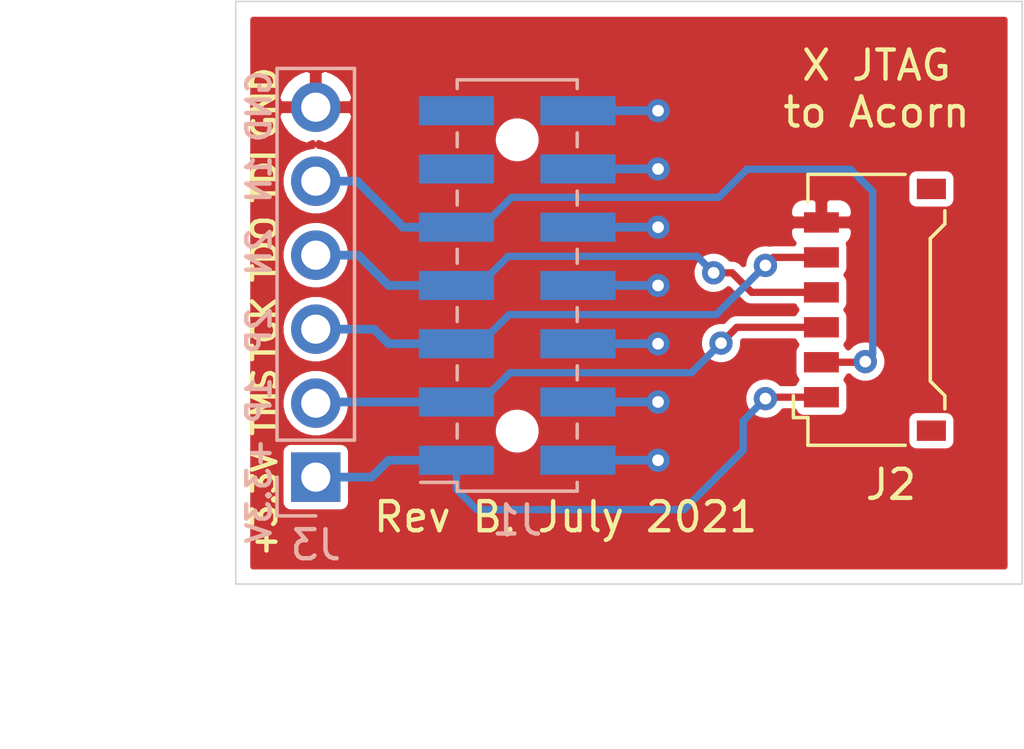
<source format=kicad_pcb>
(kicad_pcb (version 20171130) (host pcbnew 5.1.10-88a1d61d58~88~ubuntu20.04.1)

  (general
    (thickness 1.6)
    (drawings 21)
    (tracks 73)
    (zones 0)
    (modules 3)
    (nets 9)
  )

  (page USLetter)
  (title_block
    (title "X JTAG to Acorn")
    (date 2020-08-18)
    (rev A)
    (company KJ6AKU)
  )

  (layers
    (0 F.Cu signal)
    (31 B.Cu signal)
    (32 B.Adhes user)
    (33 F.Adhes user)
    (34 B.Paste user)
    (35 F.Paste user)
    (36 B.SilkS user)
    (37 F.SilkS user)
    (38 B.Mask user)
    (39 F.Mask user)
    (40 Dwgs.User user)
    (41 Cmts.User user)
    (42 Eco1.User user)
    (43 Eco2.User user)
    (44 Edge.Cuts user)
    (45 Margin user)
    (46 B.CrtYd user)
    (47 F.CrtYd user)
    (48 B.Fab user)
    (49 F.Fab user)
  )

  (setup
    (last_trace_width 0.25)
    (user_trace_width 0.3)
    (trace_clearance 0.2)
    (zone_clearance 0.254)
    (zone_45_only no)
    (trace_min 0.2)
    (via_size 0.8)
    (via_drill 0.4)
    (via_min_size 0.4)
    (via_min_drill 0.3)
    (uvia_size 0.3)
    (uvia_drill 0.1)
    (uvias_allowed no)
    (uvia_min_size 0.2)
    (uvia_min_drill 0.1)
    (edge_width 0.05)
    (segment_width 0.2)
    (pcb_text_width 0.3)
    (pcb_text_size 1.5 1.5)
    (mod_edge_width 0.12)
    (mod_text_size 1 1)
    (mod_text_width 0.15)
    (pad_size 1.524 1.524)
    (pad_drill 0.762)
    (pad_to_mask_clearance 0.05)
    (aux_axis_origin 0 0)
    (visible_elements FFFFFF7F)
    (pcbplotparams
      (layerselection 0x010f0_ffffffff)
      (usegerberextensions false)
      (usegerberattributes true)
      (usegerberadvancedattributes true)
      (creategerberjobfile true)
      (excludeedgelayer true)
      (linewidth 0.100000)
      (plotframeref true)
      (viasonmask false)
      (mode 1)
      (useauxorigin false)
      (hpglpennumber 1)
      (hpglpenspeed 20)
      (hpglpendiameter 15.000000)
      (psnegative false)
      (psa4output false)
      (plotreference true)
      (plotvalue true)
      (plotinvisibletext false)
      (padsonsilk false)
      (subtractmaskfromsilk false)
      (outputformat 4)
      (mirror false)
      (drillshape 0)
      (scaleselection 1)
      (outputdirectory "plotpdf/"))
  )

  (net 0 "")
  (net 1 GND)
  (net 2 "Net-(J1-Pad13)")
  (net 3 "Net-(J1-Pad11)")
  (net 4 /TDI)
  (net 5 /TDO)
  (net 6 /TCK)
  (net 7 /TMS)
  (net 8 /Vref)

  (net_class Default "This is the default net class."
    (clearance 0.2)
    (trace_width 0.25)
    (via_dia 0.8)
    (via_drill 0.4)
    (uvia_dia 0.3)
    (uvia_drill 0.1)
    (add_net /TCK)
    (add_net /TDI)
    (add_net /TDO)
    (add_net /TMS)
    (add_net /Vref)
    (add_net GND)
    (add_net "Net-(J1-Pad11)")
    (add_net "Net-(J1-Pad13)")
  )

  (module Connectors_Molex:Molex_Pico-EZmate_06x1.20mm_Angled (layer F.Cu) (tedit 58A290EE) (tstamp 5F3B840E)
    (at 221.996 116.586 90)
    (descr "Molex Pico-EZmate series connector, 1.20mm pitch, side entry SMT, P/N: 78181-5006")
    (tags "connector molex pico ezmate side angled horizontal surface mount SMD SMT")
    (path /5EA78111)
    (attr smd)
    (fp_text reference J2 (at -6 0.5) (layer F.SilkS)
      (effects (font (size 1 1) (thickness 0.15)))
    )
    (fp_text value Pico-EZMate (at 0 3.5 90) (layer F.Fab)
      (effects (font (size 1 1) (thickness 0.15)))
    )
    (fp_line (start 4.5 2.2) (end 4.5 -2.2) (layer F.Fab) (width 0.1))
    (fp_line (start 4.5 -2.2) (end -4.5 -2.2) (layer F.Fab) (width 0.1))
    (fp_line (start -4.5 -2.2) (end -4.5 2.2) (layer F.Fab) (width 0.1))
    (fp_line (start -4.5 2.2) (end -3 2.2) (layer F.Fab) (width 0.1))
    (fp_line (start -3 2.2) (end -2.5 1.7) (layer F.Fab) (width 0.1))
    (fp_line (start -2.5 1.7) (end 2.5 1.7) (layer F.Fab) (width 0.1))
    (fp_line (start 2.5 1.7) (end 3 2.2) (layer F.Fab) (width 0.1))
    (fp_line (start 3 2.2) (end 4.5 2.2) (layer F.Fab) (width 0.1))
    (fp_line (start -3.7 -2.35) (end -4.65 -2.35) (layer F.SilkS) (width 0.12))
    (fp_line (start -4.65 -2.35) (end -4.65 0.9875) (layer F.SilkS) (width 0.12))
    (fp_line (start -3.7 -2.35) (end -3.7 -2.85) (layer F.SilkS) (width 0.12))
    (fp_line (start -3.7 -2.85) (end -2.95 -2.85) (layer F.SilkS) (width 0.12))
    (fp_line (start 3.7 -2.35) (end 4.65 -2.35) (layer F.SilkS) (width 0.12))
    (fp_line (start 4.65 -2.35) (end 4.65 0.9875) (layer F.SilkS) (width 0.12))
    (fp_line (start -3.4 2.35) (end -2.95 2.35) (layer F.SilkS) (width 0.12))
    (fp_line (start -2.95 2.35) (end -2.45 1.85) (layer F.SilkS) (width 0.12))
    (fp_line (start -2.45 1.85) (end 2.45 1.85) (layer F.SilkS) (width 0.12))
    (fp_line (start 2.45 1.85) (end 2.95 2.35) (layer F.SilkS) (width 0.12))
    (fp_line (start 2.95 2.35) (end 3.4 2.35) (layer F.SilkS) (width 0.12))
    (fp_line (start -2.95 -1.1) (end -3.25 -0.5) (layer F.Fab) (width 0.1))
    (fp_line (start -3.25 -0.5) (end -2.65 -0.5) (layer F.Fab) (width 0.1))
    (fp_line (start -2.65 -0.5) (end -2.95 -1.1) (layer F.Fab) (width 0.1))
    (fp_line (start -5 -3.1) (end -5 2.85) (layer F.CrtYd) (width 0.05))
    (fp_line (start -5 2.85) (end 5 2.85) (layer F.CrtYd) (width 0.05))
    (fp_line (start 5 2.85) (end 5 -3.1) (layer F.CrtYd) (width 0.05))
    (fp_line (start 5 -3.1) (end -5 -3.1) (layer F.CrtYd) (width 0.05))
    (fp_text user %R (at 0 0.5 90) (layer F.Fab)
      (effects (font (size 1 1) (thickness 0.15)))
    )
    (pad "" smd rect (at -4.15 1.8875 90) (size 0.7 1) (layers F.Cu F.Paste F.Mask))
    (pad "" smd rect (at 4.15 1.8875 90) (size 0.7 1) (layers F.Cu F.Paste F.Mask))
    (pad 6 smd rect (at 3 -1.8875 90) (size 0.7 1.2) (layers F.Cu F.Paste F.Mask)
      (net 1 GND))
    (pad 5 smd rect (at 1.8 -1.8875 90) (size 0.7 1.2) (layers F.Cu F.Paste F.Mask)
      (net 6 /TCK))
    (pad 4 smd rect (at 0.6 -1.8875 90) (size 0.7 1.2) (layers F.Cu F.Paste F.Mask)
      (net 5 /TDO))
    (pad 3 smd rect (at -0.6 -1.8875 90) (size 0.7 1.2) (layers F.Cu F.Paste F.Mask)
      (net 7 /TMS))
    (pad 2 smd rect (at -1.8 -1.8875 90) (size 0.7 1.2) (layers F.Cu F.Paste F.Mask)
      (net 4 /TDI))
    (pad 1 smd rect (at -3 -1.8875 90) (size 0.7 1.2) (layers F.Cu F.Paste F.Mask)
      (net 8 /Vref))
    (model ${KISYS3DMOD}/Connectors_Molex.3dshapes/Molex_Pico-EZmate_06x1.20mm_Angled.wrl
      (offset (xyz 0 2.099999968461165 0))
      (scale (xyz 1 1 1))
      (rotate (xyz 0 0 0))
    )
  )

  (module Pin_Headers:Pin_Header_Straight_1x06_Pitch2.54mm (layer B.Cu) (tedit 59650532) (tstamp 5F3B8428)
    (at 202.75 122.33)
    (descr "Through hole straight pin header, 1x06, 2.54mm pitch, single row")
    (tags "Through hole pin header THT 1x06 2.54mm single row")
    (path /5EA7D539)
    (fp_text reference J3 (at 0 2.33) (layer B.SilkS)
      (effects (font (size 1 1) (thickness 0.15)) (justify mirror))
    )
    (fp_text value "Breadboard 0.1\"" (at 0 -15.03) (layer B.Fab) hide
      (effects (font (size 1 1) (thickness 0.15)) (justify mirror))
    )
    (fp_line (start -0.635 1.27) (end 1.27 1.27) (layer B.Fab) (width 0.1))
    (fp_line (start 1.27 1.27) (end 1.27 -13.97) (layer B.Fab) (width 0.1))
    (fp_line (start 1.27 -13.97) (end -1.27 -13.97) (layer B.Fab) (width 0.1))
    (fp_line (start -1.27 -13.97) (end -1.27 0.635) (layer B.Fab) (width 0.1))
    (fp_line (start -1.27 0.635) (end -0.635 1.27) (layer B.Fab) (width 0.1))
    (fp_line (start -1.33 -14.03) (end 1.33 -14.03) (layer B.SilkS) (width 0.12))
    (fp_line (start -1.33 -1.27) (end -1.33 -14.03) (layer B.SilkS) (width 0.12))
    (fp_line (start 1.33 -1.27) (end 1.33 -14.03) (layer B.SilkS) (width 0.12))
    (fp_line (start -1.33 -1.27) (end 1.33 -1.27) (layer B.SilkS) (width 0.12))
    (fp_line (start -1.33 0) (end -1.33 1.33) (layer B.SilkS) (width 0.12))
    (fp_line (start -1.33 1.33) (end 0 1.33) (layer B.SilkS) (width 0.12))
    (fp_line (start -1.8 1.8) (end -1.8 -14.5) (layer B.CrtYd) (width 0.05))
    (fp_line (start -1.8 -14.5) (end 1.8 -14.5) (layer B.CrtYd) (width 0.05))
    (fp_line (start 1.8 -14.5) (end 1.8 1.8) (layer B.CrtYd) (width 0.05))
    (fp_line (start 1.8 1.8) (end -1.8 1.8) (layer B.CrtYd) (width 0.05))
    (fp_text user %R (at 0 -6.35 -90) (layer B.Fab)
      (effects (font (size 1 1) (thickness 0.15)) (justify mirror))
    )
    (pad 6 thru_hole oval (at 0 -12.7) (size 1.7 1.7) (drill 1) (layers *.Cu *.Mask)
      (net 1 GND))
    (pad 5 thru_hole oval (at 0 -10.16) (size 1.7 1.7) (drill 1) (layers *.Cu *.Mask)
      (net 4 /TDI))
    (pad 4 thru_hole oval (at 0 -7.62) (size 1.7 1.7) (drill 1) (layers *.Cu *.Mask)
      (net 5 /TDO))
    (pad 3 thru_hole oval (at 0 -5.08) (size 1.7 1.7) (drill 1) (layers *.Cu *.Mask)
      (net 6 /TCK))
    (pad 2 thru_hole oval (at 0 -2.54) (size 1.7 1.7) (drill 1) (layers *.Cu *.Mask)
      (net 7 /TMS))
    (pad 1 thru_hole rect (at 0 0) (size 1.7 1.7) (drill 1) (layers *.Cu *.Mask)
      (net 8 /Vref))
    (model ${KISYS3DMOD}/Pin_Headers.3dshapes/Pin_Header_Straight_1x06_Pitch2.54mm.wrl
      (at (xyz 0 0 0))
      (scale (xyz 1 1 1))
      (rotate (xyz 0 0 0))
    )
  )

  (module acorn-jtag.archive:Pin_Header_Straight_2x07_Pitch2.00mm_SMD_NPTH (layer B.Cu) (tedit 5F3B9534) (tstamp 5F3B9963)
    (at 209.665 115.75)
    (descr "surface-mounted straight pin header, 2x07, 2.00mm pitch, double rows")
    (tags "Surface mounted pin header SMD 2x07 2.00mm double row")
    (path /5EA74CBE)
    (attr smd)
    (fp_text reference J1 (at 0 8.06) (layer B.SilkS)
      (effects (font (size 1 1) (thickness 0.15)) (justify mirror))
    )
    (fp_text value "Xilinx JTAG 2mm" (at 0 -8.06) (layer B.Fab)
      (effects (font (size 1 1) (thickness 0.15)) (justify mirror))
    )
    (fp_line (start 2 -7) (end -2 -7) (layer B.Fab) (width 0.1))
    (fp_line (start -1.25 7) (end 2 7) (layer B.Fab) (width 0.1))
    (fp_line (start -2 -7) (end -2 6.25) (layer B.Fab) (width 0.1))
    (fp_line (start -2 6.25) (end -1.25 7) (layer B.Fab) (width 0.1))
    (fp_line (start 2 7) (end 2 -7) (layer B.Fab) (width 0.1))
    (fp_line (start -2 6.25) (end -2.875 6.25) (layer B.Fab) (width 0.1))
    (fp_line (start -2.875 6.25) (end -2.875 5.75) (layer B.Fab) (width 0.1))
    (fp_line (start -2.875 5.75) (end -2 5.75) (layer B.Fab) (width 0.1))
    (fp_line (start 2 6.25) (end 2.875 6.25) (layer B.Fab) (width 0.1))
    (fp_line (start 2.875 6.25) (end 2.875 5.75) (layer B.Fab) (width 0.1))
    (fp_line (start 2.875 5.75) (end 2 5.75) (layer B.Fab) (width 0.1))
    (fp_line (start -2 4.25) (end -2.875 4.25) (layer B.Fab) (width 0.1))
    (fp_line (start -2.875 4.25) (end -2.875 3.75) (layer B.Fab) (width 0.1))
    (fp_line (start -2.875 3.75) (end -2 3.75) (layer B.Fab) (width 0.1))
    (fp_line (start 2 4.25) (end 2.875 4.25) (layer B.Fab) (width 0.1))
    (fp_line (start 2.875 4.25) (end 2.875 3.75) (layer B.Fab) (width 0.1))
    (fp_line (start 2.875 3.75) (end 2 3.75) (layer B.Fab) (width 0.1))
    (fp_line (start -2 2.25) (end -2.875 2.25) (layer B.Fab) (width 0.1))
    (fp_line (start -2.875 2.25) (end -2.875 1.75) (layer B.Fab) (width 0.1))
    (fp_line (start -2.875 1.75) (end -2 1.75) (layer B.Fab) (width 0.1))
    (fp_line (start 2 2.25) (end 2.875 2.25) (layer B.Fab) (width 0.1))
    (fp_line (start 2.875 2.25) (end 2.875 1.75) (layer B.Fab) (width 0.1))
    (fp_line (start 2.875 1.75) (end 2 1.75) (layer B.Fab) (width 0.1))
    (fp_line (start -2 0.25) (end -2.875 0.25) (layer B.Fab) (width 0.1))
    (fp_line (start -2.875 0.25) (end -2.875 -0.25) (layer B.Fab) (width 0.1))
    (fp_line (start -2.875 -0.25) (end -2 -0.25) (layer B.Fab) (width 0.1))
    (fp_line (start 2 0.25) (end 2.875 0.25) (layer B.Fab) (width 0.1))
    (fp_line (start 2.875 0.25) (end 2.875 -0.25) (layer B.Fab) (width 0.1))
    (fp_line (start 2.875 -0.25) (end 2 -0.25) (layer B.Fab) (width 0.1))
    (fp_line (start -2 -1.75) (end -2.875 -1.75) (layer B.Fab) (width 0.1))
    (fp_line (start -2.875 -1.75) (end -2.875 -2.25) (layer B.Fab) (width 0.1))
    (fp_line (start -2.875 -2.25) (end -2 -2.25) (layer B.Fab) (width 0.1))
    (fp_line (start 2 -1.75) (end 2.875 -1.75) (layer B.Fab) (width 0.1))
    (fp_line (start 2.875 -1.75) (end 2.875 -2.25) (layer B.Fab) (width 0.1))
    (fp_line (start 2.875 -2.25) (end 2 -2.25) (layer B.Fab) (width 0.1))
    (fp_line (start -2 -3.75) (end -2.875 -3.75) (layer B.Fab) (width 0.1))
    (fp_line (start -2.875 -3.75) (end -2.875 -4.25) (layer B.Fab) (width 0.1))
    (fp_line (start -2.875 -4.25) (end -2 -4.25) (layer B.Fab) (width 0.1))
    (fp_line (start 2 -3.75) (end 2.875 -3.75) (layer B.Fab) (width 0.1))
    (fp_line (start 2.875 -3.75) (end 2.875 -4.25) (layer B.Fab) (width 0.1))
    (fp_line (start 2.875 -4.25) (end 2 -4.25) (layer B.Fab) (width 0.1))
    (fp_line (start -2 -5.75) (end -2.875 -5.75) (layer B.Fab) (width 0.1))
    (fp_line (start -2.875 -5.75) (end -2.875 -6.25) (layer B.Fab) (width 0.1))
    (fp_line (start -2.875 -6.25) (end -2 -6.25) (layer B.Fab) (width 0.1))
    (fp_line (start 2 -5.75) (end 2.875 -5.75) (layer B.Fab) (width 0.1))
    (fp_line (start 2.875 -5.75) (end 2.875 -6.25) (layer B.Fab) (width 0.1))
    (fp_line (start 2.875 -6.25) (end 2 -6.25) (layer B.Fab) (width 0.1))
    (fp_line (start -2.06 7.06) (end 2.06 7.06) (layer B.SilkS) (width 0.12))
    (fp_line (start -2.06 -7.06) (end 2.06 -7.06) (layer B.SilkS) (width 0.12))
    (fp_line (start -3.315 6.76) (end -2.06 6.76) (layer B.SilkS) (width 0.12))
    (fp_line (start -2.06 7.06) (end -2.06 6.76) (layer B.SilkS) (width 0.12))
    (fp_line (start 2.06 7.06) (end 2.06 6.76) (layer B.SilkS) (width 0.12))
    (fp_line (start -2.06 -6.76) (end -2.06 -7.06) (layer B.SilkS) (width 0.12))
    (fp_line (start 2.06 -6.76) (end 2.06 -7.06) (layer B.SilkS) (width 0.12))
    (fp_line (start -2.06 5.24) (end -2.06 4.76) (layer B.SilkS) (width 0.12))
    (fp_line (start 2.06 5.24) (end 2.06 4.76) (layer B.SilkS) (width 0.12))
    (fp_line (start -2.06 3.24) (end -2.06 2.76) (layer B.SilkS) (width 0.12))
    (fp_line (start 2.06 3.24) (end 2.06 2.76) (layer B.SilkS) (width 0.12))
    (fp_line (start -2.06 1.24) (end -2.06 0.76) (layer B.SilkS) (width 0.12))
    (fp_line (start 2.06 1.24) (end 2.06 0.76) (layer B.SilkS) (width 0.12))
    (fp_line (start -2.06 -0.76) (end -2.06 -1.24) (layer B.SilkS) (width 0.12))
    (fp_line (start 2.06 -0.76) (end 2.06 -1.24) (layer B.SilkS) (width 0.12))
    (fp_line (start -2.06 -2.76) (end -2.06 -3.24) (layer B.SilkS) (width 0.12))
    (fp_line (start 2.06 -2.76) (end 2.06 -3.24) (layer B.SilkS) (width 0.12))
    (fp_line (start -2.06 -4.76) (end -2.06 -5.24) (layer B.SilkS) (width 0.12))
    (fp_line (start 2.06 -4.76) (end 2.06 -5.24) (layer B.SilkS) (width 0.12))
    (fp_line (start -4.9 7.5) (end -4.9 -7.5) (layer B.CrtYd) (width 0.05))
    (fp_line (start -4.9 -7.5) (end 4.9 -7.5) (layer B.CrtYd) (width 0.05))
    (fp_line (start 4.9 -7.5) (end 4.9 7.5) (layer B.CrtYd) (width 0.05))
    (fp_line (start 4.9 7.5) (end -4.9 7.5) (layer B.CrtYd) (width 0.05))
    (fp_text user %R (at 0 0 -90) (layer B.Fab)
      (effects (font (size 1 1) (thickness 0.15)) (justify mirror))
    )
    (pad 14 smd rect (at 2.085 -6) (size 2.58 1) (layers B.Cu B.Paste B.Mask)
      (net 1 GND))
    (pad 13 smd rect (at -2.085 -6) (size 2.58 1) (layers B.Cu B.Paste B.Mask)
      (net 2 "Net-(J1-Pad13)"))
    (pad 12 smd rect (at 2.085 -4) (size 2.58 1) (layers B.Cu B.Paste B.Mask)
      (net 1 GND))
    (pad 11 smd rect (at -2.085 -4) (size 2.58 1) (layers B.Cu B.Paste B.Mask)
      (net 3 "Net-(J1-Pad11)"))
    (pad 10 smd rect (at 2.085 -2) (size 2.58 1) (layers B.Cu B.Paste B.Mask)
      (net 1 GND))
    (pad 9 smd rect (at -2.085 -2) (size 2.58 1) (layers B.Cu B.Paste B.Mask)
      (net 4 /TDI))
    (pad 8 smd rect (at 2.085 0) (size 2.58 1) (layers B.Cu B.Paste B.Mask)
      (net 1 GND))
    (pad 7 smd rect (at -2.085 0) (size 2.58 1) (layers B.Cu B.Paste B.Mask)
      (net 5 /TDO))
    (pad 6 smd rect (at 2.085 2) (size 2.58 1) (layers B.Cu B.Paste B.Mask)
      (net 1 GND))
    (pad 5 smd rect (at -2.085 2) (size 2.58 1) (layers B.Cu B.Paste B.Mask)
      (net 6 /TCK))
    (pad 4 smd rect (at 2.085 4) (size 2.58 1) (layers B.Cu B.Paste B.Mask)
      (net 1 GND))
    (pad 3 smd rect (at -2.085 4) (size 2.58 1) (layers B.Cu B.Paste B.Mask)
      (net 7 /TMS))
    (pad 2 smd rect (at 2.085 6) (size 2.58 1) (layers B.Cu B.Paste B.Mask)
      (net 1 GND))
    (pad 1 smd rect (at -2.085 6) (size 2.58 1) (layers B.Cu B.Paste B.Mask)
      (net 8 /Vref))
    (pad "" np_thru_hole circle (at 0 5) (size 0.96 0.96) (drill 0.96) (layers *.Cu *.Mask))
    (pad "" np_thru_hole circle (at 0 -5) (size 0.96 0.96) (drill 0.96) (layers *.Cu *.Mask))
    (model ${KISYS3DMOD}/Pin_Headers.3dshapes/Pin_Header_Straight_2x07_Pitch2.00mm_SMD.wrl
      (at (xyz 0 0 0))
      (scale (xyz 1 1 1))
      (rotate (xyz 0 0 0))
    )
  )

  (dimension 20 (width 0.15) (layer Dwgs.User)
    (gr_text "20.000 mm" (at 198.175 116.025 270) (layer Dwgs.User)
      (effects (font (size 1 1) (thickness 0.15)))
    )
    (feature1 (pts (xy 195.425 126.025) (xy 197.461421 126.025)))
    (feature2 (pts (xy 195.425 106.025) (xy 197.461421 106.025)))
    (crossbar (pts (xy 196.875 106.025) (xy 196.875 126.025)))
    (arrow1a (pts (xy 196.875 126.025) (xy 196.288579 124.898496)))
    (arrow1b (pts (xy 196.875 126.025) (xy 197.461421 124.898496)))
    (arrow2a (pts (xy 196.875 106.025) (xy 196.288579 107.151504)))
    (arrow2b (pts (xy 196.875 106.025) (xy 197.461421 107.151504)))
  )
  (gr_text +3.3V (at 200.8 122.8 90) (layer B.SilkS) (tstamp 5F3B8F7C)
    (effects (font (size 0.8 0.8) (thickness 0.15)) (justify mirror))
  )
  (gr_text 1P (at 200.8 119.7 90) (layer B.SilkS) (tstamp 5F3B8F7C)
    (effects (font (size 0.8 0.8) (thickness 0.15)) (justify mirror))
  )
  (gr_text 2N (at 200.8 114.6 90) (layer B.SilkS) (tstamp 5F3B8F7C)
    (effects (font (size 0.8 0.8) (thickness 0.15)) (justify mirror))
  )
  (gr_text 1N (at 200.8 112.1 90) (layer B.SilkS) (tstamp 5F3B8F7C)
    (effects (font (size 0.8 0.8) (thickness 0.15)) (justify mirror))
  )
  (gr_text 2P (at 200.8 117.3 90) (layer B.SilkS) (tstamp 5F3B8F7C)
    (effects (font (size 0.8 0.8) (thickness 0.15)) (justify mirror))
  )
  (gr_text GND (at 200.8 109.6 90) (layer B.SilkS)
    (effects (font (size 0.8 0.8) (thickness 0.15)) (justify mirror))
  )
  (gr_text "Rev B, July 2021" (at 211.328 123.698) (layer F.SilkS)
    (effects (font (size 1 1) (thickness 0.15)))
  )
  (gr_text "X JTAG\nto Acorn" (at 222 109) (layer F.SilkS)
    (effects (font (size 1 1) (thickness 0.15)))
  )
  (gr_text +3.3V (at 201 123.25 90) (layer F.SilkS) (tstamp 5F3B8D32)
    (effects (font (size 0.8 0.8) (thickness 0.15)))
  )
  (gr_text GND (at 201 109.5 90) (layer F.SilkS) (tstamp 5F3B8D32)
    (effects (font (size 0.8 0.8) (thickness 0.15)))
  )
  (gr_text TMS (at 201 119.75 90) (layer F.SilkS) (tstamp 5F3B8D32)
    (effects (font (size 0.8 0.8) (thickness 0.15)))
  )
  (gr_text TCK (at 201 117.25 90) (layer F.SilkS) (tstamp 5F3B8D32)
    (effects (font (size 0.8 0.8) (thickness 0.15)))
  )
  (gr_text TDO (at 201 114.5 90) (layer F.SilkS) (tstamp 5F3B8D32)
    (effects (font (size 0.8 0.8) (thickness 0.15)))
  )
  (gr_text TDI (at 201 112 90) (layer F.SilkS)
    (effects (font (size 0.8 0.8) (thickness 0.15)))
  )
  (dimension 27 (width 0.15) (layer Dwgs.User)
    (gr_text "27.000 mm" (at 213.5 132.3) (layer Dwgs.User)
      (effects (font (size 1 1) (thickness 0.15)))
    )
    (feature1 (pts (xy 227 130) (xy 227 131.586421)))
    (feature2 (pts (xy 200 130) (xy 200 131.586421)))
    (crossbar (pts (xy 200 131) (xy 227 131)))
    (arrow1a (pts (xy 227 131) (xy 225.873496 131.586421)))
    (arrow1b (pts (xy 227 131) (xy 225.873496 130.413579)))
    (arrow2a (pts (xy 200 131) (xy 201.126504 131.586421)))
    (arrow2b (pts (xy 200 131) (xy 201.126504 130.413579)))
  )
  (gr_line (start 227 106) (end 200 106) (layer Edge.Cuts) (width 0.05) (tstamp 5F3B8BAA))
  (gr_line (start 227 126) (end 227 106) (layer Edge.Cuts) (width 0.05))
  (gr_line (start 200 126) (end 227 126) (layer Edge.Cuts) (width 0.05))
  (gr_line (start 200 106) (end 200 126) (layer Edge.Cuts) (width 0.05))
  (dimension 9 (width 0.15) (layer Dwgs.User)
    (gr_text "9.000 mm" (at 214.5 127.55) (layer Dwgs.User)
      (effects (font (size 1 1) (thickness 0.15)))
    )
    (feature1 (pts (xy 219 124.75) (xy 219 126.836421)))
    (feature2 (pts (xy 210 124.75) (xy 210 126.836421)))
    (crossbar (pts (xy 210 126.25) (xy 219 126.25)))
    (arrow1a (pts (xy 219 126.25) (xy 217.873496 126.836421)))
    (arrow1b (pts (xy 219 126.25) (xy 217.873496 125.663579)))
    (arrow2a (pts (xy 210 126.25) (xy 211.126504 126.836421)))
    (arrow2b (pts (xy 210 126.25) (xy 211.126504 125.663579)))
  )

  (segment (start 211.75 109.75) (end 214.5 109.75) (width 0.3) (layer B.Cu) (net 1))
  (via (at 214.5 109.75) (size 0.8) (drill 0.4) (layers F.Cu B.Cu) (net 1))
  (segment (start 211.75 121.75) (end 214.5 121.75) (width 0.3) (layer B.Cu) (net 1))
  (via (at 214.5 121.75) (size 0.8) (drill 0.4) (layers F.Cu B.Cu) (net 1))
  (segment (start 211.75 119.75) (end 214.5 119.75) (width 0.3) (layer B.Cu) (net 1))
  (via (at 214.5 119.75) (size 0.8) (drill 0.4) (layers F.Cu B.Cu) (net 1))
  (segment (start 211.75 117.75) (end 214.5 117.75) (width 0.3) (layer B.Cu) (net 1))
  (via (at 214.5 117.75) (size 0.8) (drill 0.4) (layers F.Cu B.Cu) (net 1))
  (segment (start 211.75 115.75) (end 214.5 115.75) (width 0.3) (layer B.Cu) (net 1))
  (via (at 214.5 115.75) (size 0.8) (drill 0.4) (layers F.Cu B.Cu) (net 1))
  (segment (start 211.75 113.75) (end 214.5 113.75) (width 0.3) (layer B.Cu) (net 1))
  (via (at 214.5 113.75) (size 0.8) (drill 0.4) (layers F.Cu B.Cu) (net 1))
  (segment (start 211.75 111.75) (end 214.5 111.75) (width 0.3) (layer B.Cu) (net 1))
  (via (at 214.5 111.75) (size 0.8) (drill 0.4) (layers F.Cu B.Cu) (net 1))
  (segment (start 207.58 113.75) (end 205.75 113.75) (width 0.3) (layer B.Cu) (net 4))
  (segment (start 204.17 112.17) (end 202.75 112.17) (width 0.3) (layer B.Cu) (net 4))
  (segment (start 205.75 113.75) (end 204.17 112.17) (width 0.3) (layer B.Cu) (net 4))
  (via (at 221.615 118.364) (size 0.8) (drill 0.4) (layers F.Cu B.Cu) (net 4))
  (segment (start 221.593 118.386) (end 221.615 118.364) (width 0.25) (layer F.Cu) (net 4))
  (segment (start 220.1085 118.386) (end 221.593 118.386) (width 0.25) (layer F.Cu) (net 4))
  (segment (start 221.869 118.11) (end 221.615 118.364) (width 0.25) (layer B.Cu) (net 4))
  (segment (start 221.869 112.522) (end 221.869 118.11) (width 0.25) (layer B.Cu) (net 4))
  (segment (start 221.107 111.76) (end 221.869 112.522) (width 0.25) (layer B.Cu) (net 4))
  (segment (start 217.551 111.76) (end 221.107 111.76) (width 0.25) (layer B.Cu) (net 4))
  (segment (start 216.586 112.725) (end 217.551 111.76) (width 0.25) (layer B.Cu) (net 4))
  (segment (start 209.474 112.725) (end 216.586 112.725) (width 0.25) (layer B.Cu) (net 4))
  (segment (start 208.449 113.75) (end 209.474 112.725) (width 0.25) (layer B.Cu) (net 4))
  (segment (start 207.58 113.75) (end 208.449 113.75) (width 0.25) (layer B.Cu) (net 4))
  (segment (start 207.58 115.75) (end 205.25 115.75) (width 0.3) (layer B.Cu) (net 5))
  (segment (start 204.21 114.71) (end 202.75 114.71) (width 0.3) (layer B.Cu) (net 5))
  (segment (start 205.25 115.75) (end 204.21 114.71) (width 0.3) (layer B.Cu) (net 5))
  (segment (start 207.58 115.75) (end 208.46 115.75) (width 0.25) (layer B.Cu) (net 5))
  (segment (start 207.58 115.75) (end 208.608 115.75) (width 0.25) (layer B.Cu) (net 5))
  (via (at 216.408 115.316) (size 0.8) (drill 0.4) (layers F.Cu B.Cu) (net 5))
  (segment (start 217.043 115.316) (end 216.408 115.316) (width 0.25) (layer F.Cu) (net 5))
  (segment (start 217.713 115.986) (end 217.043 115.316) (width 0.25) (layer F.Cu) (net 5))
  (segment (start 220.1085 115.986) (end 217.713 115.986) (width 0.25) (layer F.Cu) (net 5))
  (segment (start 215.842 114.75) (end 216.408 115.316) (width 0.25) (layer B.Cu) (net 5))
  (segment (start 209.354 114.75) (end 215.842 114.75) (width 0.25) (layer B.Cu) (net 5))
  (segment (start 208.354 115.75) (end 209.354 114.75) (width 0.25) (layer B.Cu) (net 5))
  (segment (start 207.58 115.75) (end 208.354 115.75) (width 0.25) (layer B.Cu) (net 5))
  (segment (start 207.58 117.75) (end 205.25 117.75) (width 0.3) (layer B.Cu) (net 6))
  (segment (start 204.75 117.25) (end 202.75 117.25) (width 0.3) (layer B.Cu) (net 6))
  (segment (start 205.25 117.75) (end 204.75 117.25) (width 0.3) (layer B.Cu) (net 6))
  (via (at 218.186 115.062) (size 0.8) (drill 0.4) (layers F.Cu B.Cu) (net 6))
  (segment (start 218.462 114.786) (end 218.186 115.062) (width 0.25) (layer F.Cu) (net 6))
  (segment (start 220.1085 114.786) (end 218.462 114.786) (width 0.25) (layer F.Cu) (net 6))
  (segment (start 209.386 116.75) (end 216.498 116.75) (width 0.25) (layer B.Cu) (net 6))
  (segment (start 216.498 116.75) (end 218.186 115.062) (width 0.25) (layer B.Cu) (net 6))
  (segment (start 208.386 117.75) (end 209.386 116.75) (width 0.25) (layer B.Cu) (net 6))
  (segment (start 207.58 117.75) (end 208.386 117.75) (width 0.25) (layer B.Cu) (net 6))
  (segment (start 202.79 119.75) (end 202.75 119.79) (width 0.3) (layer B.Cu) (net 7))
  (segment (start 207.58 119.75) (end 202.79 119.75) (width 0.3) (layer B.Cu) (net 7))
  (segment (start 207.58 119.75) (end 208.672 119.75) (width 0.25) (layer B.Cu) (net 7))
  (segment (start 207.58 119.75) (end 208.418 119.75) (width 0.25) (layer B.Cu) (net 7))
  (segment (start 208.418 119.75) (end 209.423 118.745) (width 0.25) (layer B.Cu) (net 7))
  (segment (start 209.423 118.745) (end 215.646 118.745) (width 0.25) (layer B.Cu) (net 7))
  (segment (start 215.646 118.745) (end 216.662 117.729) (width 0.25) (layer B.Cu) (net 7))
  (via (at 216.662 117.729) (size 0.8) (drill 0.4) (layers F.Cu B.Cu) (net 7))
  (segment (start 217.205 117.186) (end 216.662 117.729) (width 0.25) (layer F.Cu) (net 7))
  (segment (start 220.1085 117.186) (end 217.205 117.186) (width 0.25) (layer F.Cu) (net 7))
  (segment (start 207.58 121.75) (end 205.25 121.75) (width 0.3) (layer B.Cu) (net 8))
  (segment (start 204.67 122.33) (end 202.75 122.33) (width 0.3) (layer B.Cu) (net 8))
  (segment (start 205.25 121.75) (end 204.67 122.33) (width 0.3) (layer B.Cu) (net 8))
  (segment (start 207.58 121.75) (end 207.58 122.744) (width 0.25) (layer B.Cu) (net 8))
  (segment (start 207.58 122.744) (end 208.28 123.444) (width 0.25) (layer B.Cu) (net 8))
  (segment (start 208.28 123.444) (end 215.392 123.444) (width 0.25) (layer B.Cu) (net 8))
  (segment (start 215.392 123.444) (end 217.424 121.412) (width 0.25) (layer B.Cu) (net 8))
  (segment (start 217.424 121.412) (end 217.424 120.396) (width 0.25) (layer B.Cu) (net 8))
  (segment (start 217.424 120.396) (end 218.186 119.634) (width 0.25) (layer B.Cu) (net 8))
  (via (at 218.186 119.634) (size 0.8) (drill 0.4) (layers F.Cu B.Cu) (net 8))
  (segment (start 218.234 119.586) (end 218.186 119.634) (width 0.25) (layer F.Cu) (net 8))
  (segment (start 220.1085 119.586) (end 218.234 119.586) (width 0.25) (layer F.Cu) (net 8))

  (zone (net 1) (net_name GND) (layer F.Cu) (tstamp 5F3B9239) (hatch edge 0.508)
    (connect_pads (clearance 0.254))
    (min_thickness 0.2032)
    (fill yes (arc_segments 32) (thermal_gap 0.4064) (thermal_bridge_width 0.4064))
    (polygon
      (pts
        (xy 226.5 125.5) (xy 200.5 125.5) (xy 200.5 106.525) (xy 226.5 106.525)
      )
    )
    (filled_polygon
      (pts
        (xy 226.3984 125.3984) (xy 200.6016 125.3984) (xy 200.6016 121.48) (xy 201.54268 121.48) (xy 201.54268 123.18)
        (xy 201.549546 123.24971) (xy 201.569879 123.31674) (xy 201.602899 123.378516) (xy 201.647337 123.432663) (xy 201.701484 123.477101)
        (xy 201.76326 123.510121) (xy 201.83029 123.530454) (xy 201.9 123.53732) (xy 203.6 123.53732) (xy 203.66971 123.530454)
        (xy 203.73674 123.510121) (xy 203.798516 123.477101) (xy 203.852663 123.432663) (xy 203.897101 123.378516) (xy 203.930121 123.31674)
        (xy 203.950454 123.24971) (xy 203.95732 123.18) (xy 203.95732 121.48) (xy 203.950454 121.41029) (xy 203.930121 121.34326)
        (xy 203.897101 121.281484) (xy 203.852663 121.227337) (xy 203.798516 121.182899) (xy 203.73674 121.149879) (xy 203.66971 121.129546)
        (xy 203.6 121.12268) (xy 201.9 121.12268) (xy 201.83029 121.129546) (xy 201.76326 121.149879) (xy 201.701484 121.182899)
        (xy 201.647337 121.227337) (xy 201.602899 121.281484) (xy 201.569879 121.34326) (xy 201.549546 121.41029) (xy 201.54268 121.48)
        (xy 200.6016 121.48) (xy 200.6016 119.671259) (xy 201.5444 119.671259) (xy 201.5444 119.908741) (xy 201.590731 120.14166)
        (xy 201.681611 120.361066) (xy 201.81355 120.558525) (xy 201.981475 120.72645) (xy 202.178934 120.858389) (xy 202.39834 120.949269)
        (xy 202.631259 120.9956) (xy 202.868741 120.9956) (xy 203.10166 120.949269) (xy 203.321066 120.858389) (xy 203.518525 120.72645)
        (xy 203.577274 120.667701) (xy 208.8294 120.667701) (xy 208.8294 120.832299) (xy 208.861512 120.993735) (xy 208.924501 121.145805)
        (xy 209.015947 121.282664) (xy 209.132336 121.399053) (xy 209.269195 121.490499) (xy 209.421265 121.553488) (xy 209.582701 121.5856)
        (xy 209.747299 121.5856) (xy 209.908735 121.553488) (xy 210.060805 121.490499) (xy 210.197664 121.399053) (xy 210.314053 121.282664)
        (xy 210.405499 121.145805) (xy 210.468488 120.993735) (xy 210.5006 120.832299) (xy 210.5006 120.667701) (xy 210.468488 120.506265)
        (xy 210.405499 120.354195) (xy 210.314053 120.217336) (xy 210.197664 120.100947) (xy 210.060805 120.009501) (xy 209.908735 119.946512)
        (xy 209.747299 119.9144) (xy 209.582701 119.9144) (xy 209.421265 119.946512) (xy 209.269195 120.009501) (xy 209.132336 120.100947)
        (xy 209.015947 120.217336) (xy 208.924501 120.354195) (xy 208.861512 120.506265) (xy 208.8294 120.667701) (xy 203.577274 120.667701)
        (xy 203.68645 120.558525) (xy 203.818389 120.361066) (xy 203.909269 120.14166) (xy 203.9556 119.908741) (xy 203.9556 119.671259)
        (xy 203.909269 119.43834) (xy 203.818389 119.218934) (xy 203.68645 119.021475) (xy 203.518525 118.85355) (xy 203.321066 118.721611)
        (xy 203.10166 118.630731) (xy 202.868741 118.5844) (xy 202.631259 118.5844) (xy 202.39834 118.630731) (xy 202.178934 118.721611)
        (xy 201.981475 118.85355) (xy 201.81355 119.021475) (xy 201.681611 119.218934) (xy 201.590731 119.43834) (xy 201.5444 119.671259)
        (xy 200.6016 119.671259) (xy 200.6016 117.131259) (xy 201.5444 117.131259) (xy 201.5444 117.368741) (xy 201.590731 117.60166)
        (xy 201.681611 117.821066) (xy 201.81355 118.018525) (xy 201.981475 118.18645) (xy 202.178934 118.318389) (xy 202.39834 118.409269)
        (xy 202.631259 118.4556) (xy 202.868741 118.4556) (xy 203.10166 118.409269) (xy 203.321066 118.318389) (xy 203.518525 118.18645)
        (xy 203.68645 118.018525) (xy 203.818389 117.821066) (xy 203.909269 117.60166) (xy 203.9556 117.368741) (xy 203.9556 117.131259)
        (xy 203.909269 116.89834) (xy 203.818389 116.678934) (xy 203.68645 116.481475) (xy 203.518525 116.31355) (xy 203.321066 116.181611)
        (xy 203.10166 116.090731) (xy 202.868741 116.0444) (xy 202.631259 116.0444) (xy 202.39834 116.090731) (xy 202.178934 116.181611)
        (xy 201.981475 116.31355) (xy 201.81355 116.481475) (xy 201.681611 116.678934) (xy 201.590731 116.89834) (xy 201.5444 117.131259)
        (xy 200.6016 117.131259) (xy 200.6016 114.591259) (xy 201.5444 114.591259) (xy 201.5444 114.828741) (xy 201.590731 115.06166)
        (xy 201.681611 115.281066) (xy 201.81355 115.478525) (xy 201.981475 115.64645) (xy 202.178934 115.778389) (xy 202.39834 115.869269)
        (xy 202.631259 115.9156) (xy 202.868741 115.9156) (xy 203.10166 115.869269) (xy 203.321066 115.778389) (xy 203.518525 115.64645)
        (xy 203.68645 115.478525) (xy 203.818389 115.281066) (xy 203.834744 115.24158) (xy 215.6524 115.24158) (xy 215.6524 115.39042)
        (xy 215.681437 115.5364) (xy 215.738396 115.673911) (xy 215.821087 115.797667) (xy 215.926333 115.902913) (xy 216.050089 115.985604)
        (xy 216.1876 116.042563) (xy 216.33358 116.0716) (xy 216.48242 116.0716) (xy 216.6284 116.042563) (xy 216.765911 115.985604)
        (xy 216.889667 115.902913) (xy 216.919955 115.872625) (xy 217.356469 116.30914) (xy 217.37152 116.32748) (xy 217.410945 116.359835)
        (xy 217.4447 116.387537) (xy 217.528191 116.432164) (xy 217.528193 116.432165) (xy 217.618786 116.459646) (xy 217.689393 116.4666)
        (xy 217.689395 116.4666) (xy 217.712999 116.468925) (xy 217.736603 116.4666) (xy 219.176516 116.4666) (xy 219.178379 116.47274)
        (xy 219.211399 116.534516) (xy 219.253651 116.586) (xy 219.211399 116.637484) (xy 219.178379 116.69926) (xy 219.176516 116.7054)
        (xy 217.228604 116.7054) (xy 217.205 116.703075) (xy 217.181396 116.7054) (xy 217.181393 116.7054) (xy 217.110786 116.712354)
        (xy 217.020193 116.739835) (xy 216.936701 116.784463) (xy 216.86352 116.84452) (xy 216.848469 116.86286) (xy 216.737679 116.97365)
        (xy 216.73642 116.9734) (xy 216.58758 116.9734) (xy 216.4416 117.002437) (xy 216.304089 117.059396) (xy 216.180333 117.142087)
        (xy 216.075087 117.247333) (xy 215.992396 117.371089) (xy 215.935437 117.5086) (xy 215.9064 117.65458) (xy 215.9064 117.80342)
        (xy 215.935437 117.9494) (xy 215.992396 118.086911) (xy 216.075087 118.210667) (xy 216.180333 118.315913) (xy 216.304089 118.398604)
        (xy 216.4416 118.455563) (xy 216.58758 118.4846) (xy 216.73642 118.4846) (xy 216.8824 118.455563) (xy 217.019911 118.398604)
        (xy 217.143667 118.315913) (xy 217.248913 118.210667) (xy 217.331604 118.086911) (xy 217.388563 117.9494) (xy 217.4176 117.80342)
        (xy 217.4176 117.6666) (xy 219.176516 117.6666) (xy 219.178379 117.67274) (xy 219.211399 117.734516) (xy 219.253651 117.786)
        (xy 219.211399 117.837484) (xy 219.178379 117.89926) (xy 219.158046 117.96629) (xy 219.15118 118.036) (xy 219.15118 118.736)
        (xy 219.158046 118.80571) (xy 219.178379 118.87274) (xy 219.211399 118.934516) (xy 219.253651 118.986) (xy 219.211399 119.037484)
        (xy 219.178379 119.09926) (xy 219.176516 119.1054) (xy 218.72598 119.1054) (xy 218.667667 119.047087) (xy 218.543911 118.964396)
        (xy 218.4064 118.907437) (xy 218.26042 118.8784) (xy 218.11158 118.8784) (xy 217.9656 118.907437) (xy 217.828089 118.964396)
        (xy 217.704333 119.047087) (xy 217.599087 119.152333) (xy 217.516396 119.276089) (xy 217.459437 119.4136) (xy 217.4304 119.55958)
        (xy 217.4304 119.70842) (xy 217.459437 119.8544) (xy 217.516396 119.991911) (xy 217.599087 120.115667) (xy 217.704333 120.220913)
        (xy 217.828089 120.303604) (xy 217.9656 120.360563) (xy 218.11158 120.3896) (xy 218.26042 120.3896) (xy 218.278518 120.386)
        (xy 223.02618 120.386) (xy 223.02618 121.086) (xy 223.033046 121.15571) (xy 223.053379 121.22274) (xy 223.086399 121.284516)
        (xy 223.130837 121.338663) (xy 223.184984 121.383101) (xy 223.24676 121.416121) (xy 223.31379 121.436454) (xy 223.3835 121.44332)
        (xy 224.3835 121.44332) (xy 224.45321 121.436454) (xy 224.52024 121.416121) (xy 224.582016 121.383101) (xy 224.636163 121.338663)
        (xy 224.680601 121.284516) (xy 224.713621 121.22274) (xy 224.733954 121.15571) (xy 224.74082 121.086) (xy 224.74082 120.386)
        (xy 224.733954 120.31629) (xy 224.713621 120.24926) (xy 224.680601 120.187484) (xy 224.636163 120.133337) (xy 224.582016 120.088899)
        (xy 224.52024 120.055879) (xy 224.45321 120.035546) (xy 224.3835 120.02868) (xy 223.3835 120.02868) (xy 223.31379 120.035546)
        (xy 223.24676 120.055879) (xy 223.184984 120.088899) (xy 223.130837 120.133337) (xy 223.086399 120.187484) (xy 223.053379 120.24926)
        (xy 223.033046 120.31629) (xy 223.02618 120.386) (xy 218.278518 120.386) (xy 218.4064 120.360563) (xy 218.543911 120.303604)
        (xy 218.667667 120.220913) (xy 218.772913 120.115667) (xy 218.805698 120.0666) (xy 219.176516 120.0666) (xy 219.178379 120.07274)
        (xy 219.211399 120.134516) (xy 219.255837 120.188663) (xy 219.309984 120.233101) (xy 219.37176 120.266121) (xy 219.43879 120.286454)
        (xy 219.5085 120.29332) (xy 220.7085 120.29332) (xy 220.77821 120.286454) (xy 220.84524 120.266121) (xy 220.907016 120.233101)
        (xy 220.961163 120.188663) (xy 221.005601 120.134516) (xy 221.038621 120.07274) (xy 221.058954 120.00571) (xy 221.06582 119.936)
        (xy 221.06582 119.236) (xy 221.058954 119.16629) (xy 221.038621 119.09926) (xy 221.005601 119.037484) (xy 220.963349 118.986)
        (xy 221.005601 118.934516) (xy 221.038621 118.87274) (xy 221.040484 118.8666) (xy 221.04902 118.8666) (xy 221.133333 118.950913)
        (xy 221.257089 119.033604) (xy 221.3946 119.090563) (xy 221.54058 119.1196) (xy 221.68942 119.1196) (xy 221.8354 119.090563)
        (xy 221.972911 119.033604) (xy 222.096667 118.950913) (xy 222.201913 118.845667) (xy 222.284604 118.721911) (xy 222.341563 118.5844)
        (xy 222.3706 118.43842) (xy 222.3706 118.28958) (xy 222.341563 118.1436) (xy 222.284604 118.006089) (xy 222.201913 117.882333)
        (xy 222.096667 117.777087) (xy 221.972911 117.694396) (xy 221.8354 117.637437) (xy 221.68942 117.6084) (xy 221.54058 117.6084)
        (xy 221.3946 117.637437) (xy 221.257089 117.694396) (xy 221.133333 117.777087) (xy 221.029056 117.881364) (xy 221.005601 117.837484)
        (xy 220.963349 117.786) (xy 221.005601 117.734516) (xy 221.038621 117.67274) (xy 221.058954 117.60571) (xy 221.06582 117.536)
        (xy 221.06582 116.836) (xy 221.058954 116.76629) (xy 221.038621 116.69926) (xy 221.005601 116.637484) (xy 220.963349 116.586)
        (xy 221.005601 116.534516) (xy 221.038621 116.47274) (xy 221.058954 116.40571) (xy 221.06582 116.336) (xy 221.06582 115.636)
        (xy 221.058954 115.56629) (xy 221.038621 115.49926) (xy 221.005601 115.437484) (xy 220.963349 115.386) (xy 221.005601 115.334516)
        (xy 221.038621 115.27274) (xy 221.058954 115.20571) (xy 221.06582 115.136) (xy 221.06582 114.436) (xy 221.058954 114.36629)
        (xy 221.044204 114.317665) (xy 221.069448 114.296948) (xy 221.13293 114.219595) (xy 221.180102 114.131344) (xy 221.20915 114.035585)
        (xy 221.218958 113.936) (xy 221.2165 113.8146) (xy 221.0895 113.6876) (xy 220.2101 113.6876) (xy 220.2101 113.7076)
        (xy 220.0069 113.7076) (xy 220.0069 113.6876) (xy 219.1275 113.6876) (xy 219.0005 113.8146) (xy 218.998042 113.936)
        (xy 219.00785 114.035585) (xy 219.036898 114.131344) (xy 219.08407 114.219595) (xy 219.147552 114.296948) (xy 219.157851 114.3054)
        (xy 218.485604 114.3054) (xy 218.462 114.303075) (xy 218.438396 114.3054) (xy 218.438393 114.3054) (xy 218.367786 114.312354)
        (xy 218.33712 114.321656) (xy 218.26042 114.3064) (xy 218.11158 114.3064) (xy 217.9656 114.335437) (xy 217.828089 114.392396)
        (xy 217.704333 114.475087) (xy 217.599087 114.580333) (xy 217.516396 114.704089) (xy 217.459437 114.8416) (xy 217.4304 114.98758)
        (xy 217.4304 115.02373) (xy 217.399535 114.992865) (xy 217.38448 114.97452) (xy 217.311299 114.914463) (xy 217.227807 114.869835)
        (xy 217.137214 114.842354) (xy 217.066607 114.8354) (xy 217.066604 114.8354) (xy 217.043 114.833075) (xy 217.019396 114.8354)
        (xy 216.995626 114.8354) (xy 216.994913 114.834333) (xy 216.889667 114.729087) (xy 216.765911 114.646396) (xy 216.6284 114.589437)
        (xy 216.48242 114.5604) (xy 216.33358 114.5604) (xy 216.1876 114.589437) (xy 216.050089 114.646396) (xy 215.926333 114.729087)
        (xy 215.821087 114.834333) (xy 215.738396 114.958089) (xy 215.681437 115.0956) (xy 215.6524 115.24158) (xy 203.834744 115.24158)
        (xy 203.909269 115.06166) (xy 203.9556 114.828741) (xy 203.9556 114.591259) (xy 203.909269 114.35834) (xy 203.818389 114.138934)
        (xy 203.68645 113.941475) (xy 203.518525 113.77355) (xy 203.321066 113.641611) (xy 203.10166 113.550731) (xy 202.868741 113.5044)
        (xy 202.631259 113.5044) (xy 202.39834 113.550731) (xy 202.178934 113.641611) (xy 201.981475 113.77355) (xy 201.81355 113.941475)
        (xy 201.681611 114.138934) (xy 201.590731 114.35834) (xy 201.5444 114.591259) (xy 200.6016 114.591259) (xy 200.6016 109.942192)
        (xy 201.428372 109.942192) (xy 201.477659 110.104681) (xy 201.594712 110.343782) (xy 201.756162 110.555452) (xy 201.955805 110.731558)
        (xy 202.185969 110.865332) (xy 202.437808 110.951632) (xy 202.648398 110.857199) (xy 202.648398 110.9644) (xy 202.631259 110.9644)
        (xy 202.39834 111.010731) (xy 202.178934 111.101611) (xy 201.981475 111.23355) (xy 201.81355 111.401475) (xy 201.681611 111.598934)
        (xy 201.590731 111.81834) (xy 201.5444 112.051259) (xy 201.5444 112.288741) (xy 201.590731 112.52166) (xy 201.681611 112.741066)
        (xy 201.81355 112.938525) (xy 201.981475 113.10645) (xy 202.178934 113.238389) (xy 202.39834 113.329269) (xy 202.631259 113.3756)
        (xy 202.868741 113.3756) (xy 203.10166 113.329269) (xy 203.321066 113.238389) (xy 203.324641 113.236) (xy 218.998042 113.236)
        (xy 219.0005 113.3574) (xy 219.1275 113.4844) (xy 220.0069 113.4844) (xy 220.0069 112.855) (xy 220.2101 112.855)
        (xy 220.2101 113.4844) (xy 221.0895 113.4844) (xy 221.2165 113.3574) (xy 221.218958 113.236) (xy 221.20915 113.136415)
        (xy 221.180102 113.040656) (xy 221.13293 112.952405) (xy 221.069448 112.875052) (xy 220.992095 112.81157) (xy 220.903844 112.764398)
        (xy 220.808085 112.73535) (xy 220.7085 112.725542) (xy 220.3371 112.728) (xy 220.2101 112.855) (xy 220.0069 112.855)
        (xy 219.8799 112.728) (xy 219.5085 112.725542) (xy 219.408915 112.73535) (xy 219.313156 112.764398) (xy 219.224905 112.81157)
        (xy 219.147552 112.875052) (xy 219.08407 112.952405) (xy 219.036898 113.040656) (xy 219.00785 113.136415) (xy 218.998042 113.236)
        (xy 203.324641 113.236) (xy 203.518525 113.10645) (xy 203.68645 112.938525) (xy 203.818389 112.741066) (xy 203.909269 112.52166)
        (xy 203.9556 112.288741) (xy 203.9556 112.086) (xy 223.02618 112.086) (xy 223.02618 112.786) (xy 223.033046 112.85571)
        (xy 223.053379 112.92274) (xy 223.086399 112.984516) (xy 223.130837 113.038663) (xy 223.184984 113.083101) (xy 223.24676 113.116121)
        (xy 223.31379 113.136454) (xy 223.3835 113.14332) (xy 224.3835 113.14332) (xy 224.45321 113.136454) (xy 224.52024 113.116121)
        (xy 224.582016 113.083101) (xy 224.636163 113.038663) (xy 224.680601 112.984516) (xy 224.713621 112.92274) (xy 224.733954 112.85571)
        (xy 224.74082 112.786) (xy 224.74082 112.086) (xy 224.733954 112.01629) (xy 224.713621 111.94926) (xy 224.680601 111.887484)
        (xy 224.636163 111.833337) (xy 224.582016 111.788899) (xy 224.52024 111.755879) (xy 224.45321 111.735546) (xy 224.3835 111.72868)
        (xy 223.3835 111.72868) (xy 223.31379 111.735546) (xy 223.24676 111.755879) (xy 223.184984 111.788899) (xy 223.130837 111.833337)
        (xy 223.086399 111.887484) (xy 223.053379 111.94926) (xy 223.033046 112.01629) (xy 223.02618 112.086) (xy 203.9556 112.086)
        (xy 203.9556 112.051259) (xy 203.909269 111.81834) (xy 203.818389 111.598934) (xy 203.68645 111.401475) (xy 203.518525 111.23355)
        (xy 203.321066 111.101611) (xy 203.10166 111.010731) (xy 202.868741 110.9644) (xy 202.851602 110.9644) (xy 202.851602 110.857199)
        (xy 203.062192 110.951632) (xy 203.314031 110.865332) (xy 203.544195 110.731558) (xy 203.616586 110.667701) (xy 208.8294 110.667701)
        (xy 208.8294 110.832299) (xy 208.861512 110.993735) (xy 208.924501 111.145805) (xy 209.015947 111.282664) (xy 209.132336 111.399053)
        (xy 209.269195 111.490499) (xy 209.421265 111.553488) (xy 209.582701 111.5856) (xy 209.747299 111.5856) (xy 209.908735 111.553488)
        (xy 210.060805 111.490499) (xy 210.197664 111.399053) (xy 210.314053 111.282664) (xy 210.405499 111.145805) (xy 210.468488 110.993735)
        (xy 210.5006 110.832299) (xy 210.5006 110.667701) (xy 210.468488 110.506265) (xy 210.405499 110.354195) (xy 210.314053 110.217336)
        (xy 210.197664 110.100947) (xy 210.060805 110.009501) (xy 209.908735 109.946512) (xy 209.747299 109.9144) (xy 209.582701 109.9144)
        (xy 209.421265 109.946512) (xy 209.269195 110.009501) (xy 209.132336 110.100947) (xy 209.015947 110.217336) (xy 208.924501 110.354195)
        (xy 208.861512 110.506265) (xy 208.8294 110.667701) (xy 203.616586 110.667701) (xy 203.743838 110.555452) (xy 203.905288 110.343782)
        (xy 204.022341 110.104681) (xy 204.071628 109.942192) (xy 203.9768 109.7316) (xy 202.8516 109.7316) (xy 202.8516 109.7516)
        (xy 202.6484 109.7516) (xy 202.6484 109.7316) (xy 201.5232 109.7316) (xy 201.428372 109.942192) (xy 200.6016 109.942192)
        (xy 200.6016 109.317808) (xy 201.428372 109.317808) (xy 201.5232 109.5284) (xy 202.6484 109.5284) (xy 202.6484 108.402802)
        (xy 202.8516 108.402802) (xy 202.8516 109.5284) (xy 203.9768 109.5284) (xy 204.071628 109.317808) (xy 204.022341 109.155319)
        (xy 203.905288 108.916218) (xy 203.743838 108.704548) (xy 203.544195 108.528442) (xy 203.314031 108.394668) (xy 203.062192 108.308368)
        (xy 202.8516 108.402802) (xy 202.6484 108.402802) (xy 202.437808 108.308368) (xy 202.185969 108.394668) (xy 201.955805 108.528442)
        (xy 201.756162 108.704548) (xy 201.594712 108.916218) (xy 201.477659 109.155319) (xy 201.428372 109.317808) (xy 200.6016 109.317808)
        (xy 200.6016 106.6266) (xy 226.3984 106.6266)
      )
    )
  )
)

</source>
